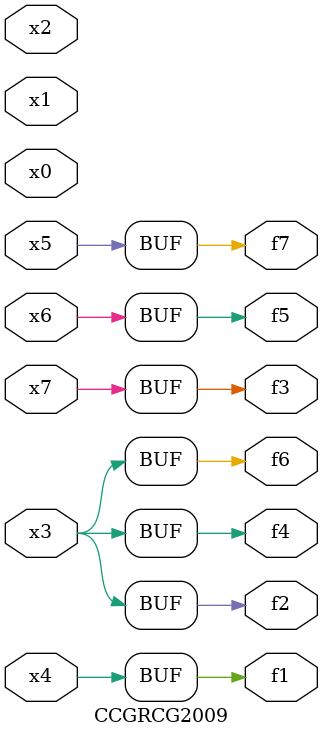
<source format=v>
module CCGRCG2009(
	input x0, x1, x2, x3, x4, x5, x6, x7,
	output f1, f2, f3, f4, f5, f6, f7
);
	assign f1 = x4;
	assign f2 = x3;
	assign f3 = x7;
	assign f4 = x3;
	assign f5 = x6;
	assign f6 = x3;
	assign f7 = x5;
endmodule

</source>
